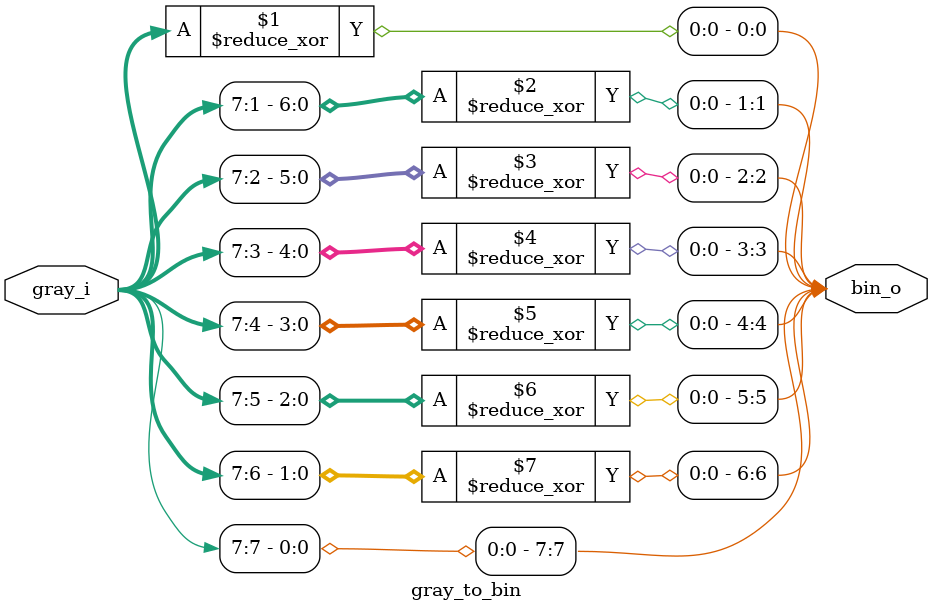
<source format=v>
/* Gray to bin
 * Decimal 	Binary 	Gray 
 * 0 	    0000 	0000 
 * 1 	    0001 	0001 
 * 2 	    0010 	0011 
 * 3 	    0011 	0010 
 * 4 	    0100 	0110 
 * 5 	    0101 	0111 
 * 6 	    0110 	0101 
 * 7 	    0111 	0100 
 * 8 	    1000 	1100 
 * 9 	    1001 	1101 
 * 10 	    1010 	1111 
 * 11 	    1011 	1110 
 * 12 	    1100 	1010 
 * 13 	    1101 	1011 
 * 14 	    1110 	1001 
 * 15 	    1111 	1000 
 */
module gray_to_bin #(
	parameter CNT_W = 8
)(
	input  [CNT_W-1:0] gray_i,
	output [CNT_W-1:0] bin_o
);

genvar i;
generate
	for(i=0;i<CNT_W;i++)begin
		assign bin_o[i] = ^gray_i[CNT_W-1:i];
	end
endgenerate

endmodule

</source>
